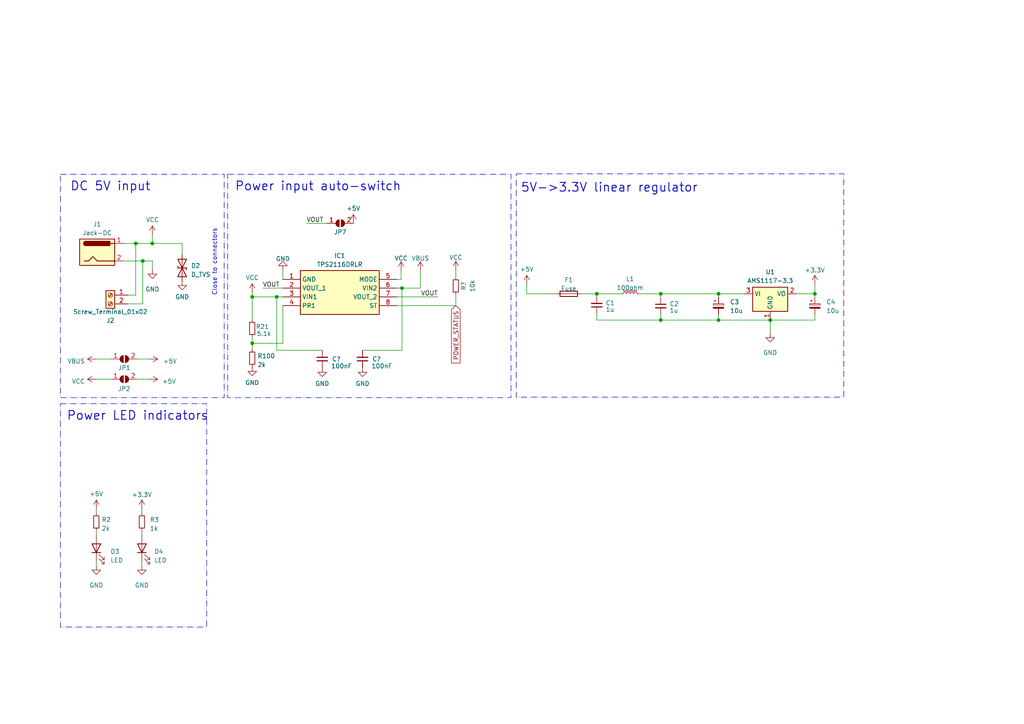
<source format=kicad_sch>
(kicad_sch (version 20230121) (generator eeschema)
  (paper "A4")
  (lib_symbols
    (symbol "Connector:Jack-DC" (pin_names (offset 1.016))
      (property "Reference" "J" (at 0 5.334 0))
      (property "Value" "Jack-DC" (at 0 -5.08 0))
      (symbol "Jack-DC_0_1"
        (rectangle (start -5.08 3.81) (end 5.08 -3.81) (stroke (width 0.254)) (fill (type background)))
        (arc (start -3.302 3.175) (mid -3.9343 2.54) (end -3.302 1.905) (stroke (width 0.254)))
        (arc (start -3.302 3.175) (mid -3.9343 2.54) (end -3.302 1.905) (stroke (width 0.254)) (fill (type outline)))
        (polyline (pts (xy 5.08 2.54) (xy 3.81 2.54)) (stroke (width 0.254)))
        (polyline (pts (xy -3.81 -2.54) (xy -2.54 -2.54) (xy -1.27 -1.27) (xy 0 -2.54) (xy 2.54 -2.54) (xy 5.08 -2.54)) (stroke (width 0.254)))
        (rectangle (start 3.683 3.175) (end -3.302 1.905) (stroke (width 0.254)) (fill (type outline)))
      )
      (symbol "Jack-DC_1_1"
        (pin passive line (at 7.62 2.54 180) (length 2.54) (name "~") (number "1"))
        (pin passive line (at 7.62 -2.54 180) (length 2.54) (name "~") (number "2"))
      )
    )
    (symbol "Connector:Screw_Terminal_01x02" (pin_names (offset 1.016) hide)
      (property "Reference" "J" (at 0 2.54 0))
      (property "Value" "Screw_Terminal_01x02" (at 0 -5.08 0))
      (symbol "Screw_Terminal_01x02_1_1"
        (rectangle (start -1.27 1.27) (end 1.27 -3.81) (stroke (width 0.254)) (fill (type background)))
        (circle (center 0 -2.54) (radius 0.635) (stroke (width 0.1524)))
        (polyline (pts (xy -0.5334 -2.2098) (xy 0.3302 -3.048)) (stroke (width 0.1524)))
        (polyline (pts (xy -0.5334 0.3302) (xy 0.3302 -0.508)) (stroke (width 0.1524)))
        (polyline (pts (xy -0.3556 -2.032) (xy 0.508 -2.8702)) (stroke (width 0.1524)))
        (polyline (pts (xy -0.3556 0.508) (xy 0.508 -0.3302)) (stroke (width 0.1524)))
        (circle (center 0 0) (radius 0.635) (stroke (width 0.1524)))
        (pin passive line (at -5.08 0 0) (length 3.81) (name "Pin_1") (number "1"))
        (pin passive line (at -5.08 -2.54 0) (length 3.81) (name "Pin_2") (number "2"))
      )
    )
    (symbol "Device:C_Polarized_Small" (pin_numbers hide) (pin_names (offset 0.254) hide)
      (property "Reference" "C" (at 0.254 1.778 0))
      (property "Value" "C_Polarized_Small" (at 0.254 -2.032 0))
      (symbol "C_Polarized_Small_0_1"
        (rectangle (start -1.524 -0.3048) (end 1.524 -0.6858) (fill (type outline)))
        (rectangle (start -1.524 0.6858) (end 1.524 0.3048))
        (polyline (pts (xy -1.27 1.524) (xy -0.762 1.524)))
        (polyline (pts (xy -1.016 1.27) (xy -1.016 1.778)))
      )
      (symbol "C_Polarized_Small_1_1"
        (pin passive line (at 0 2.54 270) (length 1.8542) (name "~") (number "1"))
        (pin passive line (at 0 -2.54 90) (length 1.8542) (name "~") (number "2"))
      )
    )
    (symbol "Device:C_Small" (pin_numbers hide) (pin_names (offset 0.254) hide)
      (property "Reference" "C" (at 0.254 1.778 0))
      (property "Value" "C_Small" (at 0.254 -2.032 0))
      (symbol "C_Small_0_1"
        (polyline (pts (xy -1.524 -0.508) (xy 1.524 -0.508)) (stroke (width 0.3302)))
        (polyline (pts (xy -1.524 0.508) (xy 1.524 0.508)) (stroke (width 0.3048)))
      )
      (symbol "C_Small_1_1"
        (pin passive line (at 0 2.54 270) (length 2.032) (name "~") (number "1"))
        (pin passive line (at 0 -2.54 90) (length 2.032) (name "~") (number "2"))
      )
    )
    (symbol "Device:D_TVS" (pin_numbers hide) (pin_names (offset 1.016) hide)
      (property "Reference" "D" (at 0 2.54 0))
      (property "Value" "D_TVS" (at 0 -2.54 0))
      (symbol "D_TVS_0_1"
        (polyline (pts (xy 1.27 0) (xy -1.27 0)))
        (polyline (pts (xy 0.508 1.27) (xy 0 1.27) (xy 0 -1.27) (xy -0.508 -1.27)) (stroke (width 0.254)))
        (polyline (pts (xy -2.54 1.27) (xy -2.54 -1.27) (xy 2.54 1.27) (xy 2.54 -1.27) (xy -2.54 1.27)) (stroke (width 0.254)))
      )
      (symbol "D_TVS_1_1"
        (pin passive line (at -3.81 0 0) (length 2.54) (name "A1") (number "1"))
        (pin passive line (at 3.81 0 180) (length 2.54) (name "A2") (number "2"))
      )
    )
    (symbol "Device:Fuse" (pin_numbers hide) (pin_names (offset 0))
      (property "Reference" "F" (at 2.032 0 90))
      (property "Value" "Fuse" (at -1.905 0 90))
      (symbol "Fuse_0_1"
        (rectangle (start -0.762 -2.54) (end 0.762 2.54) (stroke (width 0.254)))
        (polyline (pts (xy 0 2.54) (xy 0 -2.54)))
      )
      (symbol "Fuse_1_1"
        (pin passive line (at 0 3.81 270) (length 1.27) (name "~") (number "1"))
        (pin passive line (at 0 -3.81 90) (length 1.27) (name "~") (number "2"))
      )
    )
    (symbol "Device:LED" (pin_numbers hide) (pin_names (offset 1.016) hide)
      (property "Reference" "D" (at 0 2.54 0))
      (property "Value" "LED" (at 0 -2.54 0))
      (symbol "LED_0_1"
        (polyline (pts (xy -1.27 -1.27) (xy -1.27 1.27)) (stroke (width 0.254)))
        (polyline (pts (xy -1.27 0) (xy 1.27 0)))
        (polyline (pts (xy 1.27 -1.27) (xy 1.27 1.27) (xy -1.27 0) (xy 1.27 -1.27)) (stroke (width 0.254)))
        (polyline (pts (xy -3.048 -0.762) (xy -4.572 -2.286) (xy -3.81 -2.286) (xy -4.572 -2.286) (xy -4.572 -1.524)))
        (polyline (pts (xy -1.778 -0.762) (xy -3.302 -2.286) (xy -2.54 -2.286) (xy -3.302 -2.286) (xy -3.302 -1.524)))
      )
      (symbol "LED_1_1"
        (pin passive line (at -3.81 0 0) (length 2.54) (name "K") (number "1"))
        (pin passive line (at 3.81 0 180) (length 2.54) (name "A") (number "2"))
      )
    )
    (symbol "Device:L_Ferrite_Small" (pin_numbers hide) (pin_names (offset 0.254) hide)
      (property "Reference" "L" (at 1.27 1.016 0))
      (property "Value" "L_Ferrite_Small" (at 1.27 -1.27 0))
      (symbol "L_Ferrite_Small_0_1"
        (arc (start 0 -2.032) (mid 0.5058 -1.524) (end 0 -1.016))
        (arc (start 0 -1.016) (mid 0.5058 -0.508) (end 0 0))
        (polyline (pts (xy 0.762 -1.905) (xy 0.762 -1.651)))
        (polyline (pts (xy 0.762 -1.397) (xy 0.762 -1.143)))
        (polyline (pts (xy 0.762 -0.889) (xy 0.762 -0.635)))
        (polyline (pts (xy 0.762 -0.381) (xy 0.762 -0.127)))
        (polyline (pts (xy 0.762 0.127) (xy 0.762 0.381)))
        (polyline (pts (xy 0.762 0.635) (xy 0.762 0.889)))
        (polyline (pts (xy 0.762 1.143) (xy 0.762 1.397)))
        (polyline (pts (xy 0.762 1.651) (xy 0.762 1.905)))
        (polyline (pts (xy 1.016 -1.651) (xy 1.016 -1.905)))
        (polyline (pts (xy 1.016 -1.143) (xy 1.016 -1.397)))
        (polyline (pts (xy 1.016 -0.635) (xy 1.016 -0.889)))
        (polyline (pts (xy 1.016 -0.127) (xy 1.016 -0.381)))
        (polyline (pts (xy 1.016 0.381) (xy 1.016 0.127)))
        (polyline (pts (xy 1.016 0.889) (xy 1.016 0.635)))
        (polyline (pts (xy 1.016 1.397) (xy 1.016 1.143)))
        (polyline (pts (xy 1.016 1.905) (xy 1.016 1.651)))
        (arc (start 0 0) (mid 0.5058 0.508) (end 0 1.016))
        (arc (start 0 1.016) (mid 0.5058 1.524) (end 0 2.032))
      )
      (symbol "L_Ferrite_Small_1_1"
        (pin passive line (at 0 2.54 270) (length 0.508) (name "~") (number "1"))
        (pin passive line (at 0 -2.54 90) (length 0.508) (name "~") (number "2"))
      )
    )
    (symbol "Device:R_Small" (pin_numbers hide) (pin_names (offset 0.254) hide)
      (property "Reference" "R" (at 0.762 0.508 0))
      (property "Value" "R_Small" (at 0.762 -1.016 0))
      (symbol "R_Small_0_1"
        (rectangle (start -0.762 1.778) (end 0.762 -1.778) (stroke (width 0.2032)))
      )
      (symbol "R_Small_1_1"
        (pin passive line (at 0 2.54 270) (length 0.762) (name "~") (number "1"))
        (pin passive line (at 0 -2.54 90) (length 0.762) (name "~") (number "2"))
      )
    )
    (symbol "Jumper:SolderJumper_2_Open" (pin_names (offset 0) hide)
      (property "Reference" "JP" (at 0 2.032 0))
      (property "Value" "SolderJumper_2_Open" (at 0 -2.54 0))
      (symbol "SolderJumper_2_Open_0_1"
        (arc (start -0.254 1.016) (mid -1.2656 0) (end -0.254 -1.016))
        (arc (start -0.254 1.016) (mid -1.2656 0) (end -0.254 -1.016) (fill (type outline)))
        (polyline (pts (xy -0.254 1.016) (xy -0.254 -1.016)))
        (polyline (pts (xy 0.254 1.016) (xy 0.254 -1.016)))
        (arc (start 0.254 -1.016) (mid 1.2656 0) (end 0.254 1.016))
        (arc (start 0.254 -1.016) (mid 1.2656 0) (end 0.254 1.016) (fill (type outline)))
      )
      (symbol "SolderJumper_2_Open_1_1"
        (pin passive line (at -3.81 0 0) (length 2.54) (name "A") (number "1"))
        (pin passive line (at 3.81 0 180) (length 2.54) (name "B") (number "2"))
      )
    )
    (symbol "Regulator_Linear:AMS1117-3.3"
      (property "Reference" "U" (at -3.81 3.175 0))
      (property "Value" "AMS1117-3.3" (at 0 3.175 0))
      (symbol "AMS1117-3.3_0_1"
        (rectangle (start -5.08 -5.08) (end 5.08 1.905) (stroke (width 0.254)) (fill (type background)))
      )
      (symbol "AMS1117-3.3_1_1"
        (pin power_in line (at 0 -7.62 90) (length 2.54) (name "GND") (number "1"))
        (pin power_out line (at 7.62 0 180) (length 2.54) (name "VO") (number "2"))
        (pin power_in line (at -7.62 0 0) (length 2.54) (name "VI") (number "3"))
      )
    )
    (symbol "SamacSys_Parts:TPS2116DRLR"
      (property "Reference" "IC" (at 29.21 7.62 0))
      (property "Value" "TPS2116DRLR" (at 29.21 5.08 0))
      (symbol "TPS2116DRLR_1_1"
        (rectangle (start 5.08 2.54) (end 27.94 -10.16) (stroke (width 0.254)) (fill (type background)))
        (pin passive line (at 0 0 0) (length 5.08) (name "GND") (number "1"))
        (pin passive line (at 0 -2.54 0) (length 5.08) (name "VOUT_1") (number "2"))
        (pin passive line (at 0 -5.08 0) (length 5.08) (name "VIN1") (number "3"))
        (pin passive line (at 0 -7.62 0) (length 5.08) (name "PR1") (number "4"))
        (pin passive line (at 33.02 0 180) (length 5.08) (name "MODE") (number "5"))
        (pin passive line (at 33.02 -2.54 180) (length 5.08) (name "VIN2") (number "6"))
        (pin passive line (at 33.02 -5.08 180) (length 5.08) (name "VOUT_2") (number "7"))
        (pin passive line (at 33.02 -7.62 180) (length 5.08) (name "ST") (number "8"))
      )
    )
    (symbol "power:+3.3V" (power) (pin_names (offset 0))
      (property "Value" "+3.3V" (at 0 3.556 0))
      (symbol "+3.3V_0_1"
        (polyline (pts (xy -0.762 1.27) (xy 0 2.54)))
        (polyline (pts (xy 0 0) (xy 0 2.54)))
        (polyline (pts (xy 0 2.54) (xy 0.762 1.27)))
      )
      (symbol "+3.3V_1_1"
        (pin power_in line (at 0 0 90) (length 0) hide (name "+3.3V") (number "1"))
      )
    )
    (symbol "power:+5V" (power) (pin_names (offset 0))
      (property "Value" "+5V" (at 0 3.556 0))
      (symbol "+5V_0_1"
        (polyline (pts (xy -0.762 1.27) (xy 0 2.54)))
        (polyline (pts (xy 0 0) (xy 0 2.54)))
        (polyline (pts (xy 0 2.54) (xy 0.762 1.27)))
      )
      (symbol "+5V_1_1"
        (pin power_in line (at 0 0 90) (length 0) hide (name "+5V") (number "1"))
      )
    )
    (symbol "power:GND" (power) (pin_names (offset 0))
      (property "Value" "GND" (at 0 -3.81 0))
      (symbol "GND_0_1"
        (polyline (pts (xy 0 0) (xy 0 -1.27) (xy 1.27 -1.27) (xy 0 -2.54) (xy -1.27 -1.27) (xy 0 -1.27)))
      )
      (symbol "GND_1_1"
        (pin power_in line (at 0 0 270) (length 0) hide (name "GND") (number "1"))
      )
    )
    (symbol "power:VBUS" (power) (pin_names (offset 0))
      (property "Value" "VBUS" (at 0 3.81 0))
      (symbol "VBUS_0_1"
        (polyline (pts (xy -0.762 1.27) (xy 0 2.54)))
        (polyline (pts (xy 0 0) (xy 0 2.54)))
        (polyline (pts (xy 0 2.54) (xy 0.762 1.27)))
      )
      (symbol "VBUS_1_1"
        (pin power_in line (at 0 0 90) (length 0) hide (name "VBUS") (number "1"))
      )
    )
    (symbol "power:VCC" (power) (pin_names (offset 0))
      (property "Value" "VCC" (at 0 3.81 0))
      (symbol "VCC_0_1"
        (polyline (pts (xy -0.762 1.27) (xy 0 2.54)))
        (polyline (pts (xy 0 0) (xy 0 2.54)))
        (polyline (pts (xy 0 2.54) (xy 0.762 1.27)))
      )
      (symbol "VCC_1_1"
        (pin power_in line (at 0 0 90) (length 0) hide (name "VCC") (number "1"))
      )
    )
  )
  (junction (at 44.196 70.612))
  (junction (at 39.37 70.612))
  (junction (at 208.407 85.217))
  (junction (at 41.402 75.692))
  (junction (at 73.152 99.568))
  (junction (at 191.643 85.217))
  (junction (at 223.393 92.837))
  (junction (at 208.407 92.837))
  (junction (at 80.264 86.106))
  (junction (at 73.152 86.106))
  (junction (at 173.101 85.217))
  (junction (at 191.643 92.837))
  (junction (at 236.347 85.217))
  (junction (at 116.586 83.566))
  (wire (pts (xy 27.94 104.14) (xy 32.258 104.14)))
  (wire (pts (xy 152.781 85.217) (xy 161.163 85.217)))
  (wire (pts (xy 82.042 99.568) (xy 82.042 88.646)))
  (wire (pts (xy 37.084 85.598) (xy 39.37 85.598)))
  (wire (pts (xy 27.94 162.814) (xy 27.94 164.084)))
  (wire (pts (xy 236.347 82.423) (xy 236.347 85.217)))
  (wire (pts (xy 73.152 99.568) (xy 82.042 99.568)))
  (wire (pts (xy 39.37 85.598) (xy 39.37 70.612)))
  (wire (pts (xy 73.152 84.836) (xy 73.152 86.106)))
  (wire (pts (xy 41.148 147.574) (xy 41.148 148.844)))
  (wire (pts (xy 52.832 70.612) (xy 52.832 73.914)))
  (wire (pts (xy 41.148 153.924) (xy 41.148 155.194)))
  (wire (pts (xy 116.332 81.026) (xy 115.062 81.026)))
  (wire (pts (xy 44.196 68.072) (xy 44.196 70.612)))
  (wire (pts (xy 41.148 162.814) (xy 41.148 164.084)))
  (wire (pts (xy 115.062 88.646) (xy 132.207 88.646)))
  (wire (pts (xy 208.407 92.837) (xy 208.407 91.313)))
  (wire (pts (xy 191.643 85.217) (xy 208.407 85.217)))
  (wire (pts (xy 73.152 97.79) (xy 73.152 99.568)))
  (wire (pts (xy 80.264 86.106) (xy 82.042 86.106)))
  (wire (pts (xy 191.643 92.837) (xy 208.407 92.837)))
  (wire (pts (xy 39.878 104.14) (xy 43.18 104.14)))
  (wire (pts (xy 173.101 85.979) (xy 173.101 85.217)))
  (wire (pts (xy 208.407 85.217) (xy 215.773 85.217)))
  (wire (pts (xy 93.472 101.6) (xy 80.264 101.6)))
  (wire (pts (xy 27.94 147.574) (xy 27.94 148.844)))
  (wire (pts (xy 223.393 92.837) (xy 236.347 92.837)))
  (wire (pts (xy 88.9 64.77) (xy 94.869 64.77)))
  (wire (pts (xy 231.013 85.217) (xy 236.347 85.217)))
  (wire (pts (xy 132.207 78.359) (xy 132.207 80.391)))
  (wire (pts (xy 191.643 86.233) (xy 191.643 85.217)))
  (wire (pts (xy 116.586 83.566) (xy 115.062 83.566)))
  (wire (pts (xy 41.402 88.138) (xy 37.084 88.138)))
  (wire (pts (xy 152.781 82.423) (xy 152.781 85.217)))
  (wire (pts (xy 41.402 75.692) (xy 41.402 88.138)))
  (wire (pts (xy 121.92 83.566) (xy 116.586 83.566)))
  (wire (pts (xy 44.196 75.692) (xy 41.402 75.692)))
  (wire (pts (xy 82.042 83.566) (xy 76.2 83.566)))
  (wire (pts (xy 185.293 85.217) (xy 191.643 85.217)))
  (wire (pts (xy 44.196 78.232) (xy 44.196 75.692)))
  (wire (pts (xy 132.207 85.471) (xy 132.207 88.646)))
  (wire (pts (xy 73.152 92.71) (xy 73.152 86.106)))
  (wire (pts (xy 236.347 92.837) (xy 236.347 91.313)))
  (wire (pts (xy 173.101 85.217) (xy 180.213 85.217)))
  (wire (pts (xy 208.407 85.217) (xy 208.407 86.233)))
  (wire (pts (xy 115.062 86.106) (xy 127 86.106)))
  (wire (pts (xy 35.814 70.612) (xy 39.37 70.612)))
  (wire (pts (xy 223.393 92.837) (xy 223.393 96.647)))
  (wire (pts (xy 208.407 92.837) (xy 223.393 92.837)))
  (wire (pts (xy 191.643 92.837) (xy 191.643 91.313)))
  (wire (pts (xy 121.92 78.486) (xy 121.92 83.566)))
  (wire (pts (xy 41.402 75.692) (xy 35.814 75.692)))
  (wire (pts (xy 27.94 153.924) (xy 27.94 155.194)))
  (wire (pts (xy 116.586 83.566) (xy 116.586 101.6)))
  (wire (pts (xy 80.264 101.6) (xy 80.264 86.106)))
  (wire (pts (xy 39.37 70.612) (xy 44.196 70.612)))
  (wire (pts (xy 173.101 92.837) (xy 191.643 92.837)))
  (wire (pts (xy 73.152 86.106) (xy 80.264 86.106)))
  (wire (pts (xy 82.042 78.359) (xy 82.042 81.026)))
  (wire (pts (xy 44.196 70.612) (xy 52.832 70.612)))
  (wire (pts (xy 39.878 109.982) (xy 43.18 109.982)))
  (wire (pts (xy 27.94 109.982) (xy 32.258 109.982)))
  (wire (pts (xy 173.101 92.837) (xy 173.101 91.059)))
  (wire (pts (xy 116.586 101.6) (xy 105.156 101.6)))
  (wire (pts (xy 168.783 85.217) (xy 173.101 85.217)))
  (wire (pts (xy 116.332 78.486) (xy 116.332 81.026)))
  (wire (pts (xy 236.347 86.233) (xy 236.347 85.217)))
  (wire (pts (xy 73.152 99.568) (xy 73.152 101.346)))
  (rectangle (start 66.04 50.546) (end 148.209 115.316) (stroke (width 0) (type dash_dot)))
  (rectangle (start 17.526 117.094) (end 59.944 181.864) (stroke (width 0) (type dash_dot)))
  (rectangle (start 149.733 50.419) (end 244.729 115.189) (stroke (width 0) (type dash_dot)))
  (rectangle (start 17.526 50.546) (end 65.024 115.316) (stroke (width 0) (type dash_dot)))
  (text "Power input auto-switch" (at 68.072 55.626 0) (effects (font (size 2.54 2.54) (thickness 0.254) bold) (justify left bottom)))
  (text "DC 5V input\n" (at 20.32 55.626 0) (effects (font (size 2.54 2.54) (thickness 0.254) bold) (justify left bottom)))
  (text "Close to connectors\n" (at 62.992 85.852 90) (effects (font (size 1.27 1.27)) (justify left bottom)))
  (text "5V->3.3V linear regulator\n" (at 151.003 56.007 0) (effects (font (size 2.54 2.54) (thickness 0.254) bold) (justify left bottom)))
  (text "Power LED indicators" (at 19.304 122.174 0) (effects (font (size 2.54 2.54) (thickness 0.254) bold) (justify left bottom)))
  (label "VOUT" (at 127 86.106 180))
  (label "VOUT" (at 76.2 83.566 0))
  (label "VOUT" (at 88.9 64.77 0))
  (global_label "POWER_STATUS" (shape input) (at 132.207 88.646 270) (property "Intersheetrefs" "${INTERSHEET_REFS}" (effects hide)))
  (symbol (lib_id "SamacSys_Parts:TPS2116DRLR") (at 82.042 81.026 0) (unit 1)
    (property "Reference" "IC1" (at 98.552 74.168 0))
    (property "Value" "TPS2116DRLR" (at 98.552 76.708 0))
    (property "Footprint" "SamacSys_Parts:SOTFL50P160X60-8N" (effects hide))
    (property "Datasheet" "https://www.ti.com/lit/gpn/tps2116" (effects hide))
    (property "Height" "0.6" (effects hide))
    (property "Manufacturer_Name" "Texas Instruments" (effects hide))
    (property "Manufacturer_Part_Number" "TPS2116DRLR" (effects hide))
    (property "Mouser Part Number" "595-TPS2116DRLR" (effects hide))
    (property "Mouser Price/Stock" "https://www.mouser.co.uk/ProductDetail/Texas-Instruments/TPS2116DRLR?qs=aP1CjGhiNiGo3XAyXcVPaQ%3D%3D" (effects hide))
    (property "Arrow Part Number" "TPS2116DRLR" (effects hide))
    (property "Arrow Price/Stock" "https://www.arrow.com/en/products/tps2116drlr/texas-instruments?region=nac" (effects hide))
    (property "LCSC" "C3235557" (effects hide))
  )
  (symbol (lib_id "Device:C_Small") (at 105.156 104.14 180) (unit 1)
    (property "Reference" "C?" (at 107.95 104.14 0) (effects (justify right)))
    (property "Value" "100nF" (at 107.696 106.172 0) (effects (justify right)))
    (property "Footprint" "Capacitor_SMD:C_0402_1005Metric" (effects hide))
    (property "LCSC" "C1525" (effects hide))
    (instances (project "clock-control-board" (path "" (reference "C?") (unit 1)) (path "" (reference "C6") (unit 1)) (path "" (reference "C33") (unit 1))))
  )
  (symbol (lib_id "Jumper:SolderJumper_2_Open") (at 98.679 64.77 0) (unit 1)
    (property "Reference" "JP7" (at 98.679 67.31 0))
    (property "Value" "SolderJumper_2_Open" (effects hide))
    (property "Footprint" "Jumper:SolderJumper-2_P1.3mm_Open_TrianglePad1.0x1.5mm" (effects hide))
  )
  (symbol (lib_id "Device:C_Polarized_Small") (at 208.407 88.773 0) (unit 1)
    (property "Reference" "C3" (at 211.709 87.5919 0) (effects (justify left)))
    (property "Value" "10u" (at 211.709 90.1319 0) (effects (justify left)))
    (property "Footprint" "Capacitor_Tantalum_SMD:CP_EIA-3216-18_Kemet-A" (effects hide))
    (property "LCSC" "C7171" (effects hide))
  )
  (symbol (lib_id "Device:R_Small") (at 73.152 95.25 0) (unit 1)
    (property "Reference" "R21" (at 74.168 94.742 0) (effects (justify left)))
    (property "Value" "5.1k" (at 74.422 96.774 0) (effects (justify left)))
    (property "Footprint" "Resistor_SMD:R_0402_1005Metric" (effects hide))
    (instances (project "clock-control-board" (path "" (reference "R21") (unit 1)) (path "" (reference "R99") (unit 1))))
  )
  (symbol (lib_id "power:GND") (at 73.152 106.426 0) (unit 1)
    (property "Reference" "#PWR05" (effects hide))
    (property "Value" "GND" (at 73.152 110.998 0))
  )
  (symbol (lib_id "Regulator_Linear:AMS1117-3.3") (at 223.393 85.217 0) (unit 1)
    (property "Reference" "U1" (at 223.393 78.867 0))
    (property "Value" "AMS1117-3.3" (at 223.393 81.407 0))
    (property "Footprint" "Package_TO_SOT_SMD:SOT-223-3_TabPin2" (effects hide))
    (property "Datasheet" "http://www.advanced-monolithic.com/pdf/ds1117.pdf" (effects hide))
    (property "LCSC" "C6186" (effects hide))
  )
  (symbol (lib_id "Device:D_TVS") (at 52.832 77.724 90) (unit 1)
    (property "Reference" "D2" (at 55.372 77.089 90) (effects (justify right)))
    (property "Value" "D_TVS" (at 55.372 79.629 90) (effects (justify right)))
    (property "Footprint" "Diode_SMD:D_SOD-323" (effects hide))
    (property "Datasheet" "https://datasheet.lcsc.com/lcsc/1912111437_Diodes-Incorporated-DESD5V0U1BA-7_C460442.pdf" (effects hide))
    (property "LCSC" "C460442" (effects hide))
  )
  (symbol (lib_id "power:GND") (at 27.94 164.084 0) (unit 1)
    (property "Reference" "#PWR014" (effects hide))
    (property "Value" "GND" (at 27.94 169.7482 0))
  )
  (symbol (lib_id "Jumper:SolderJumper_2_Open") (at 36.068 109.982 0) (unit 1)
    (property "Reference" "JP2" (at 37.846 112.776 0) (effects (justify right)))
    (property "Value" "SolderJumper_2_Open" (effects hide))
    (property "Footprint" "Jumper:SolderJumper-2_P1.3mm_Open_TrianglePad1.0x1.5mm" (effects hide))
  )
  (symbol (lib_id "Device:LED") (at 27.94 159.004 90) (unit 1)
    (property "Reference" "D3" (at 32.004 159.9565 90) (effects (justify right)))
    (property "Value" "LED" (at 32.004 162.4965 90) (effects (justify right)))
    (property "Footprint" "LED_SMD:LED_0805_2012Metric" (effects hide))
    (property "LCSC" "C84256" (effects hide))
  )
  (symbol (lib_id "Device:R_Small") (at 41.148 151.384 0) (unit 1)
    (property "Reference" "R3" (at 43.434 150.749 0) (effects (justify left)))
    (property "Value" "1k" (at 43.434 153.289 0) (effects (justify left)))
    (property "Footprint" "Resistor_SMD:R_0402_1005Metric" (effects hide))
  )
  (symbol (lib_id "power:GND") (at 44.196 78.232 0) (unit 1)
    (property "Reference" "#PWR02" (effects hide))
    (property "Value" "GND" (at 44.196 83.8962 0))
  )
  (symbol (lib_id "power:GND") (at 223.393 96.647 0) (unit 1)
    (property "Reference" "#PWR011" (effects hide))
    (property "Value" "GND" (at 223.393 102.3112 0))
  )
  (symbol (lib_id "power:VBUS") (at 121.92 78.486 0) (unit 1)
    (property "Reference" "#PWR0111" (effects hide))
    (property "Value" "VBUS" (at 121.92 74.93 0))
  )
  (symbol (lib_id "Connector:Screw_Terminal_01x02") (at 32.004 85.598 0) (mirror y) (unit 1)
    (property "Reference" "J2" (at 32.004 92.964 0))
    (property "Value" "Screw_Terminal_01x02" (at 32.004 90.424 0))
    (property "Footprint" "TerminalBlock_Phoenix:TerminalBlock_Phoenix_MPT-0,5-2-2.54_1x02_P2.54mm_Horizontal" (effects hide))
  )
  (symbol (lib_id "power:VCC") (at 27.94 109.982 90) (unit 1)
    (property "Reference" "#PWR0109" (effects hide))
    (property "Value" "VCC" (at 24.638 110.617 90) (effects (justify left)))
  )
  (symbol (lib_id "power:VCC") (at 116.332 78.486 0) (unit 1)
    (property "Reference" "#PWR0112" (effects hide))
    (property "Value" "VCC" (at 116.332 74.93 0))
  )
  (symbol (lib_id "Device:C_Small") (at 93.472 104.14 180) (unit 1)
    (property "Reference" "C?" (at 96.266 104.14 0) (effects (justify right)))
    (property "Value" "100nF" (at 96.012 106.172 0) (effects (justify right)))
    (property "Footprint" "Capacitor_SMD:C_0402_1005Metric" (effects hide))
    (property "LCSC" "C1525" (effects hide))
    (instances (project "clock-control-board" (path "" (reference "C?") (unit 1)) (path "" (reference "C6") (unit 1)) (path "" (reference "C34") (unit 1))))
  )
  (symbol (lib_id "power:+5V") (at 43.18 109.982 270) (unit 1)
    (property "Reference" "#PWR0107" (effects hide))
    (property "Value" "+5V" (at 46.99 110.617 90) (effects (justify left)))
  )
  (symbol (lib_id "power:VBUS") (at 27.94 104.14 90) (unit 1)
    (property "Reference" "#PWR0108" (effects hide))
    (property "Value" "VBUS" (at 24.638 104.775 90) (effects (justify left)))
  )
  (symbol (lib_id "power:+5V") (at 152.781 82.423 0) (unit 1)
    (property "Reference" "#PWR010" (effects hide))
    (property "Value" "+5V" (at 152.781 78.105 0))
  )
  (symbol (lib_id "power:+3.3V") (at 41.148 147.574 0) (unit 1)
    (property "Reference" "#PWR015" (effects hide))
    (property "Value" "+3.3V" (at 41.148 143.51 0))
  )
  (symbol (lib_id "power:GND") (at 41.148 164.084 0) (unit 1)
    (property "Reference" "#PWR016" (effects hide))
    (property "Value" "GND" (at 41.148 169.7482 0))
  )
  (symbol (lib_id "power:VCC") (at 73.152 84.836 0) (unit 1)
    (property "Reference" "#PWR06" (effects hide))
    (property "Value" "VCC" (at 73.152 80.518 0))
  )
  (symbol (lib_id "Device:C_Polarized_Small") (at 236.347 88.773 0) (unit 1)
    (property "Reference" "C4" (at 239.649 87.5919 0) (effects (justify left)))
    (property "Value" "10u" (at 239.649 90.1319 0) (effects (justify left)))
    (property "Footprint" "Capacitor_Tantalum_SMD:CP_EIA-3216-18_Kemet-A" (effects hide))
    (property "LCSC" "C7171" (effects hide))
  )
  (symbol (lib_id "Device:LED") (at 41.148 159.004 90) (unit 1)
    (property "Reference" "D4" (at 44.704 159.9565 90) (effects (justify right)))
    (property "Value" "LED" (at 44.704 162.4965 90) (effects (justify right)))
    (property "Footprint" "LED_SMD:LED_0805_2012Metric" (effects hide))
    (property "LCSC" "C84256" (effects hide))
  )
  (symbol (lib_id "Device:R_Small") (at 27.94 151.384 0) (unit 1)
    (property "Reference" "R2" (at 29.464 150.749 0) (effects (justify left)))
    (property "Value" "2k" (at 29.464 153.289 0) (effects (justify left)))
    (property "Footprint" "Resistor_SMD:R_0402_1005Metric" (effects hide))
  )
  (symbol (lib_id "power:+5V") (at 27.94 147.574 0) (unit 1)
    (property "Reference" "#PWR013" (effects hide))
    (property "Value" "+5V" (at 27.94 143.256 0))
  )
  (symbol (lib_id "power:+5V") (at 43.18 104.14 270) (unit 1)
    (property "Reference" "#PWR0106" (effects hide))
    (property "Value" "+5V" (at 47.244 104.775 90) (effects (justify left)))
  )
  (symbol (lib_id "power:VCC") (at 132.207 78.359 0) (unit 1)
    (property "Reference" "#PWR0118" (effects hide))
    (property "Value" "VCC" (at 132.207 74.676 0))
  )
  (symbol (lib_id "Device:Fuse") (at 164.973 85.217 90) (unit 1)
    (property "Reference" "F1" (at 164.973 81.153 90))
    (property "Value" "Fuse" (at 164.973 83.693 90))
    (property "Footprint" "Fuse:Fuse_0402_1005Metric_Pad0.77x0.64mm_HandSolder" (effects hide))
    (property "TME" "https://www.tme.eu/pl/details/erbrd1r00x/bezpieczniki-smd-0402-superszybkie/panasonic/" (effects hide))
  )
  (symbol (lib_id "Device:R_Small") (at 73.152 103.886 0) (unit 1)
    (property "Reference" "R100" (at 74.676 103.251 0) (effects (justify left)))
    (property "Value" "2k" (at 74.676 105.791 0) (effects (justify left)))
    (property "Footprint" "Resistor_SMD:R_0402_1005Metric" (effects hide))
  )
  (symbol (lib_id "power:GND") (at 105.156 106.68 0) (unit 1)
    (property "Reference" "#PWR0114" (effects hide))
    (property "Value" "GND" (at 105.156 111.252 0))
  )
  (symbol (lib_id "power:VCC") (at 44.196 68.072 0) (unit 1)
    (property "Reference" "#PWR01" (effects hide))
    (property "Value" "VCC" (at 44.196 63.754 0))
  )
  (symbol (lib_id "Jumper:SolderJumper_2_Open") (at 36.068 104.14 0) (unit 1)
    (property "Reference" "JP1" (at 36.068 106.68 0))
    (property "Value" "SolderJumper_2_Open" (effects hide))
    (property "Footprint" "Jumper:SolderJumper-2_P1.3mm_Open_TrianglePad1.0x1.5mm" (effects hide))
  )
  (symbol (lib_id "Device:C_Small") (at 191.643 88.773 0) (unit 1)
    (property "Reference" "C2" (at 194.183 88.1443 0) (effects (justify left)))
    (property "Value" "1u" (at 194.183 90.043 0) (effects (justify left)))
    (property "Footprint" "Capacitor_SMD:C_0402_1005Metric" (effects hide))
    (property "LCSC" "C52923" (effects hide))
  )
  (symbol (lib_id "Device:C_Small") (at 173.101 88.519 180) (unit 1)
    (property "Reference" "C1" (at 175.641 87.8776 0) (effects (justify right)))
    (property "Value" "1u" (at 175.641 89.789 0) (effects (justify right)))
    (property "Footprint" "Capacitor_SMD:C_0402_1005Metric" (effects hide))
    (property "LCSC" "C52923" (effects hide))
  )
  (symbol (lib_id "power:GND") (at 93.472 106.68 0) (unit 1)
    (property "Reference" "#PWR0113" (effects hide))
    (property "Value" "GND" (at 93.472 111.252 0))
  )
  (symbol (lib_id "power:GND") (at 52.832 81.534 0) (unit 1)
    (property "Reference" "#PWR07" (effects hide))
    (property "Value" "GND" (at 52.832 86.106 0))
  )
  (symbol (lib_id "power:GND") (at 82.042 78.359 180) (unit 1)
    (property "Reference" "#PWR08" (effects hide))
    (property "Value" "GND" (at 82.042 75.057 0))
  )
  (symbol (lib_id "power:+3.3V") (at 236.347 82.423 0) (unit 1)
    (property "Reference" "#PWR012" (effects hide))
    (property "Value" "+3.3V" (at 236.347 78.359 0))
  )
  (symbol (lib_id "Device:R_Small") (at 132.207 82.931 180) (unit 1)
    (property "Reference" "R?" (at 134.493 82.931 90))
    (property "Value" "10k" (at 137.033 82.931 90))
    (property "Footprint" "Resistor_SMD:R_0402_1005Metric" (effects hide))
    (instances (project "clock-control-board" (path "" (reference "R?") (unit 1)) (path "" (reference "R5") (unit 1)) (path "" (reference "R1") (unit 1))))
  )
  (symbol (lib_id "Connector:Jack-DC") (at 28.194 73.152 0) (unit 1)
    (property "Reference" "J1" (at 28.194 65.024 0))
    (property "Value" "Jack-DC" (at 28.194 67.564 0))
    (property "Footprint" "mylib:PC-GK21" (effects hide))
    (property "TME" "https://www.tme.eu/pl/details/posc05300a/zasilacze-wtykowe/pos/" (effects hide))
    (property "TME1" "https://www.tme.eu/pl/details/pc-gk2.1/zlacza-dc/ninigi/" (effects hide))
  )
  (symbol (lib_id "power:+5V") (at 102.489 64.77 0) (unit 1)
    (property "Reference" "#PWR09" (effects hide))
    (property "Value" "+5V" (at 102.489 60.452 0))
  )
  (symbol (lib_id "Device:L_Ferrite_Small") (at 182.753 85.217 90) (unit 1)
    (property "Reference" "L1" (at 182.753 80.899 90))
    (property "Value" "100ohm" (at 182.753 83.439 90))
    (property "Footprint" "Inductor_SMD:L_0805_2012Metric" (effects hide))
    (property "LCSC" "C1015" (effects hide))
  )
)
</source>
